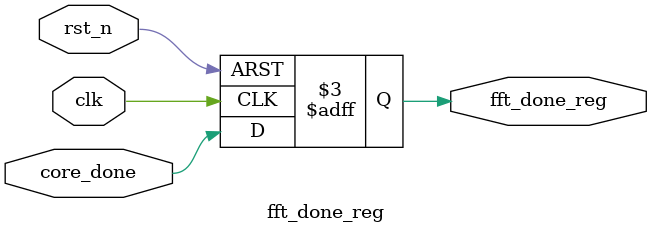
<source format=sv>
module fft_done_reg (
	input clk,
	input rst_n,
	input core_done, // from core
    output reg fft_done_reg


);
    // note that core_done is active low

    always @(posedge clk or negedge rst_n) begin
        if (!rst_n) begin
            // default state done
            fft_done_reg <= 0;
        end 
        else begin
            // from fft to tell us when computation has finished
            fft_done_reg <= core_done;
        end
    end

endmodule

</source>
